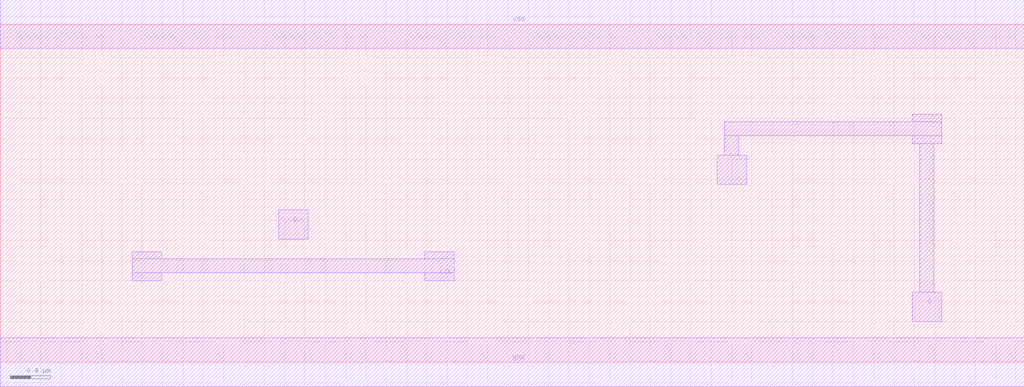
<source format=lef>
VERSION 5.7 ;
  NOWIREEXTENSIONATPIN ON ;
  DIVIDERCHAR "/" ;
  BUSBITCHARS "[]" ;
MACRO LATCH
  CLASS CORE ;
  FOREIGN LATCH ;
  ORIGIN 0.000 0.000 ;
  SIZE 10.080 BY 3.330 ;
  SYMMETRY X Y R90 ;
  SITE unit ;
  PIN vdd
    DIRECTION INOUT ;
    USE POWER ;
    SHAPE ABUTMENT ;
    PORT
      LAYER met1 ;
        RECT 0.000 3.090 10.080 3.570 ;
    END
  END vdd
  PIN gnd
    DIRECTION INOUT ;
    USE GROUND ;
    SHAPE ABUTMENT ;
    PORT
      LAYER met1 ;
        RECT 0.000 -0.240 10.080 0.240 ;
    END
  END gnd
  PIN Q
    DIRECTION INOUT ;
    USE SIGNAL ;
    SHAPE ABUTMENT ;
    PORT
      LAYER met1 ;
        RECT 8.980 2.370 9.270 2.440 ;
        RECT 7.130 2.230 9.270 2.370 ;
        RECT 7.130 2.040 7.270 2.230 ;
        RECT 8.980 2.150 9.270 2.230 ;
        RECT 7.060 1.750 7.350 2.040 ;
        RECT 9.050 0.690 9.190 2.150 ;
        RECT 8.980 0.400 9.270 0.690 ;
    END
  END Q
  PIN D
    DIRECTION INOUT ;
    USE SIGNAL ;
    SHAPE ABUTMENT ;
    PORT
      LAYER met1 ;
        RECT 2.740 1.210 3.030 1.500 ;
    END
  END D
  PIN CLK
    DIRECTION INOUT ;
    USE SIGNAL ;
    SHAPE ABUTMENT ;
    PORT
      LAYER met1 ;
        RECT 1.300 1.020 1.590 1.090 ;
        RECT 4.180 1.020 4.470 1.090 ;
        RECT 1.300 0.880 4.470 1.020 ;
        RECT 1.300 0.800 1.590 0.880 ;
        RECT 4.180 0.800 4.470 0.880 ;
    END
  END CLK
END LATCH
END LIBRARY


</source>
